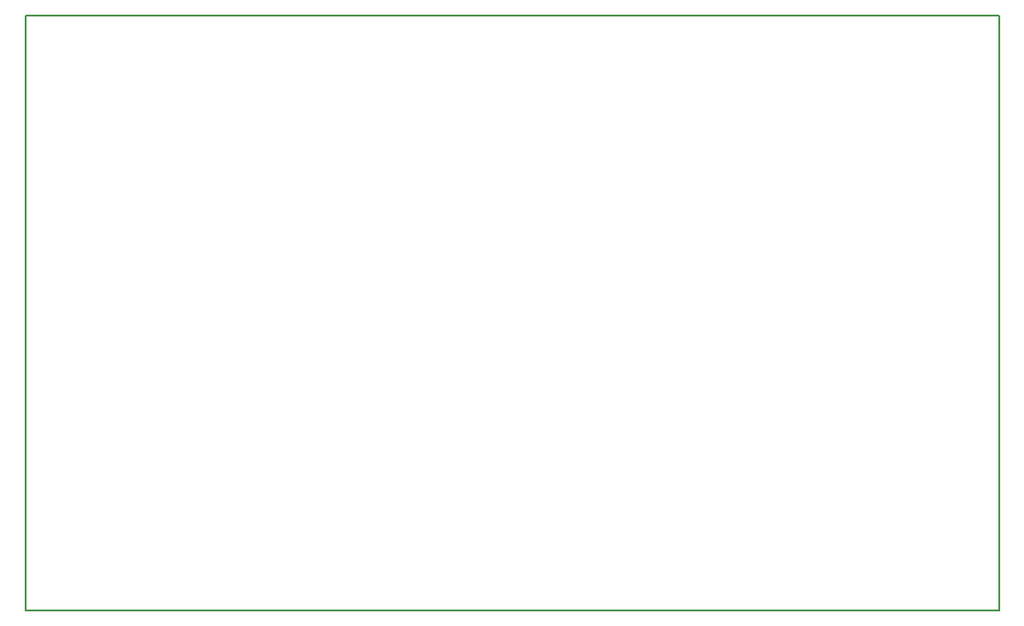
<source format=gm1>
%TF.GenerationSoftware,KiCad,Pcbnew,4.0.7*%
%TF.CreationDate,2019-07-19T19:42:11-04:00*%
%TF.ProjectId,Pressure Scanner Board,5072657373757265205363616E6E6572,rev?*%
%TF.FileFunction,Profile,NP*%
%FSLAX46Y46*%
G04 Gerber Fmt 4.6, Leading zero omitted, Abs format (unit mm)*
G04 Created by KiCad (PCBNEW 4.0.7) date 07/19/19 19:42:11*
%MOMM*%
%LPD*%
G01*
G04 APERTURE LIST*
%ADD10C,0.100000*%
%ADD11C,0.150000*%
G04 APERTURE END LIST*
D10*
D11*
X200000000Y-105000000D02*
X110000000Y-105000000D01*
X200000000Y-50000000D02*
X200000000Y-105000000D01*
X110000000Y-50000000D02*
X200000000Y-50000000D01*
X110000000Y-50000000D02*
X110000000Y-105000000D01*
M02*

</source>
